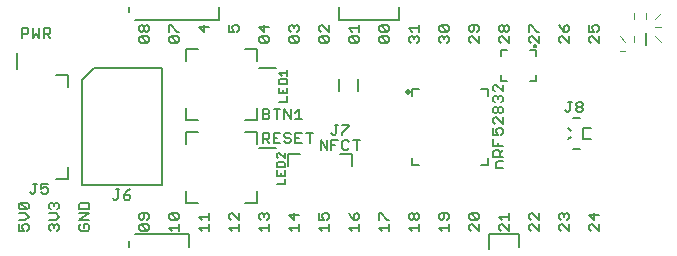
<source format=gto>
G75*
%MOIN*%
%OFA0B0*%
%FSLAX25Y25*%
%IPPOS*%
%LPD*%
%AMOC8*
5,1,8,0,0,1.08239X$1,22.5*
%
%ADD10C,0.00600*%
%ADD11C,0.00500*%
%ADD12C,0.00787*%
%ADD13C,0.02000*%
%ADD14C,0.00591*%
%ADD15C,0.00394*%
D10*
X0006998Y0011694D02*
X0008668Y0011694D01*
X0008111Y0012807D01*
X0008111Y0013364D01*
X0008668Y0013920D01*
X0009781Y0013920D01*
X0010338Y0013364D01*
X0010338Y0012250D01*
X0009781Y0011694D01*
X0006998Y0011694D02*
X0006998Y0013920D01*
X0006998Y0015319D02*
X0009225Y0015319D01*
X0010338Y0016432D01*
X0009225Y0017545D01*
X0006998Y0017545D01*
X0007555Y0018944D02*
X0006998Y0019501D01*
X0006998Y0020614D01*
X0007555Y0021171D01*
X0009781Y0018944D01*
X0010338Y0019501D01*
X0010338Y0020614D01*
X0009781Y0021171D01*
X0007555Y0021171D01*
X0007555Y0018944D02*
X0009781Y0018944D01*
X0017077Y0019501D02*
X0017633Y0018944D01*
X0017077Y0019501D02*
X0017077Y0020614D01*
X0017633Y0021171D01*
X0018190Y0021171D01*
X0018747Y0020614D01*
X0019303Y0021171D01*
X0019860Y0021171D01*
X0020417Y0020614D01*
X0020417Y0019501D01*
X0019860Y0018944D01*
X0018747Y0020057D02*
X0018747Y0020614D01*
X0019303Y0017545D02*
X0017077Y0017545D01*
X0019303Y0017545D02*
X0020417Y0016432D01*
X0019303Y0015319D01*
X0017077Y0015319D01*
X0017633Y0013920D02*
X0018190Y0013920D01*
X0018747Y0013364D01*
X0019303Y0013920D01*
X0019860Y0013920D01*
X0020417Y0013364D01*
X0020417Y0012250D01*
X0019860Y0011694D01*
X0018747Y0012807D02*
X0018747Y0013364D01*
X0017633Y0013920D02*
X0017077Y0013364D01*
X0017077Y0012250D01*
X0017633Y0011694D01*
X0027155Y0012250D02*
X0027712Y0011694D01*
X0029939Y0011694D01*
X0030495Y0012250D01*
X0030495Y0013364D01*
X0029939Y0013920D01*
X0028825Y0013920D01*
X0028825Y0012807D01*
X0027712Y0013920D02*
X0027155Y0013364D01*
X0027155Y0012250D01*
X0027155Y0015319D02*
X0030495Y0017545D01*
X0027155Y0017545D01*
X0027155Y0018944D02*
X0027155Y0020614D01*
X0027712Y0021171D01*
X0029939Y0021171D01*
X0030495Y0020614D01*
X0030495Y0018944D01*
X0027155Y0018944D01*
X0027155Y0015319D02*
X0030495Y0015319D01*
X0038300Y0022723D02*
X0038857Y0022166D01*
X0039413Y0022166D01*
X0039970Y0022723D01*
X0039970Y0025506D01*
X0039413Y0025506D02*
X0040527Y0025506D01*
X0041925Y0023836D02*
X0043038Y0024949D01*
X0044152Y0025506D01*
X0043595Y0023836D02*
X0041925Y0023836D01*
X0041925Y0022723D01*
X0042482Y0022166D01*
X0043595Y0022166D01*
X0044152Y0022723D01*
X0044152Y0023279D01*
X0043595Y0023836D01*
X0047633Y0017545D02*
X0047077Y0016989D01*
X0047077Y0015875D01*
X0047633Y0015319D01*
X0048190Y0015319D01*
X0048747Y0015875D01*
X0048747Y0017545D01*
X0049860Y0017545D02*
X0047633Y0017545D01*
X0049860Y0017545D02*
X0050417Y0016989D01*
X0050417Y0015875D01*
X0049860Y0015319D01*
X0049860Y0013920D02*
X0047633Y0013920D01*
X0049860Y0011694D01*
X0050417Y0012250D01*
X0050417Y0013364D01*
X0049860Y0013920D01*
X0047633Y0013920D02*
X0047077Y0013364D01*
X0047077Y0012250D01*
X0047633Y0011694D01*
X0049860Y0011694D01*
X0057077Y0012807D02*
X0058190Y0011694D01*
X0057077Y0012807D02*
X0060417Y0012807D01*
X0060417Y0011694D02*
X0060417Y0013920D01*
X0059860Y0015319D02*
X0057633Y0015319D01*
X0057077Y0015875D01*
X0057077Y0016989D01*
X0057633Y0017545D01*
X0059860Y0015319D01*
X0060417Y0015875D01*
X0060417Y0016989D01*
X0059860Y0017545D01*
X0057633Y0017545D01*
X0067077Y0016432D02*
X0070417Y0016432D01*
X0070417Y0015319D02*
X0070417Y0017545D01*
X0068190Y0015319D02*
X0067077Y0016432D01*
X0070417Y0013920D02*
X0070417Y0011694D01*
X0070417Y0012807D02*
X0067077Y0012807D01*
X0068190Y0011694D01*
X0077077Y0012807D02*
X0078190Y0011694D01*
X0077077Y0012807D02*
X0080417Y0012807D01*
X0080417Y0011694D02*
X0080417Y0013920D01*
X0080417Y0015319D02*
X0078190Y0017545D01*
X0077633Y0017545D01*
X0077077Y0016989D01*
X0077077Y0015875D01*
X0077633Y0015319D01*
X0080417Y0015319D02*
X0080417Y0017545D01*
X0087077Y0016989D02*
X0087077Y0015875D01*
X0087633Y0015319D01*
X0088747Y0016432D02*
X0088747Y0016989D01*
X0089303Y0017545D01*
X0089860Y0017545D01*
X0090417Y0016989D01*
X0090417Y0015875D01*
X0089860Y0015319D01*
X0090417Y0013920D02*
X0090417Y0011694D01*
X0090417Y0012807D02*
X0087077Y0012807D01*
X0088190Y0011694D01*
X0097077Y0012807D02*
X0098190Y0011694D01*
X0097077Y0012807D02*
X0100417Y0012807D01*
X0100417Y0011694D02*
X0100417Y0013920D01*
X0098747Y0015319D02*
X0098747Y0017545D01*
X0100417Y0016989D02*
X0097077Y0016989D01*
X0098747Y0015319D01*
X0107077Y0015319D02*
X0108747Y0015319D01*
X0108190Y0016432D01*
X0108190Y0016989D01*
X0108747Y0017545D01*
X0109860Y0017545D01*
X0110417Y0016989D01*
X0110417Y0015875D01*
X0109860Y0015319D01*
X0110417Y0013920D02*
X0110417Y0011694D01*
X0110417Y0012807D02*
X0107077Y0012807D01*
X0108190Y0011694D01*
X0107077Y0015319D02*
X0107077Y0017545D01*
X0117077Y0017545D02*
X0117633Y0016432D01*
X0118747Y0015319D01*
X0118747Y0016989D01*
X0119303Y0017545D01*
X0119860Y0017545D01*
X0120417Y0016989D01*
X0120417Y0015875D01*
X0119860Y0015319D01*
X0118747Y0015319D01*
X0120417Y0013920D02*
X0120417Y0011694D01*
X0120417Y0012807D02*
X0117077Y0012807D01*
X0118190Y0011694D01*
X0127077Y0012807D02*
X0128190Y0011694D01*
X0127077Y0012807D02*
X0130417Y0012807D01*
X0130417Y0011694D02*
X0130417Y0013920D01*
X0130417Y0015319D02*
X0129860Y0015319D01*
X0127633Y0017545D01*
X0127077Y0017545D01*
X0127077Y0015319D01*
X0137077Y0015875D02*
X0137077Y0016989D01*
X0137633Y0017545D01*
X0138190Y0017545D01*
X0138747Y0016989D01*
X0138747Y0015875D01*
X0138190Y0015319D01*
X0137633Y0015319D01*
X0137077Y0015875D01*
X0138747Y0015875D02*
X0139303Y0015319D01*
X0139860Y0015319D01*
X0140417Y0015875D01*
X0140417Y0016989D01*
X0139860Y0017545D01*
X0139303Y0017545D01*
X0138747Y0016989D01*
X0140417Y0013920D02*
X0140417Y0011694D01*
X0140417Y0012807D02*
X0137077Y0012807D01*
X0138190Y0011694D01*
X0147077Y0012807D02*
X0148190Y0011694D01*
X0147077Y0012807D02*
X0150417Y0012807D01*
X0150417Y0011694D02*
X0150417Y0013920D01*
X0149860Y0015319D02*
X0150417Y0015875D01*
X0150417Y0016989D01*
X0149860Y0017545D01*
X0147633Y0017545D01*
X0147077Y0016989D01*
X0147077Y0015875D01*
X0147633Y0015319D01*
X0148190Y0015319D01*
X0148747Y0015875D01*
X0148747Y0017545D01*
X0157077Y0016989D02*
X0157077Y0015875D01*
X0157633Y0015319D01*
X0159860Y0015319D01*
X0157633Y0017545D01*
X0159860Y0017545D01*
X0160417Y0016989D01*
X0160417Y0015875D01*
X0159860Y0015319D01*
X0160417Y0013920D02*
X0160417Y0011694D01*
X0158190Y0013920D01*
X0157633Y0013920D01*
X0157077Y0013364D01*
X0157077Y0012250D01*
X0157633Y0011694D01*
X0167077Y0012250D02*
X0167633Y0011694D01*
X0167077Y0012250D02*
X0167077Y0013364D01*
X0167633Y0013920D01*
X0168190Y0013920D01*
X0170417Y0011694D01*
X0170417Y0013920D01*
X0170417Y0015319D02*
X0170417Y0017545D01*
X0170417Y0016432D02*
X0167077Y0016432D01*
X0168190Y0015319D01*
X0177077Y0015875D02*
X0177633Y0015319D01*
X0177077Y0015875D02*
X0177077Y0016989D01*
X0177633Y0017545D01*
X0178190Y0017545D01*
X0180417Y0015319D01*
X0180417Y0017545D01*
X0180417Y0013920D02*
X0180417Y0011694D01*
X0178190Y0013920D01*
X0177633Y0013920D01*
X0177077Y0013364D01*
X0177077Y0012250D01*
X0177633Y0011694D01*
X0187077Y0012250D02*
X0187633Y0011694D01*
X0187077Y0012250D02*
X0187077Y0013364D01*
X0187633Y0013920D01*
X0188190Y0013920D01*
X0190417Y0011694D01*
X0190417Y0013920D01*
X0189860Y0015319D02*
X0190417Y0015875D01*
X0190417Y0016989D01*
X0189860Y0017545D01*
X0189303Y0017545D01*
X0188747Y0016989D01*
X0188747Y0016432D01*
X0188747Y0016989D02*
X0188190Y0017545D01*
X0187633Y0017545D01*
X0187077Y0016989D01*
X0187077Y0015875D01*
X0187633Y0015319D01*
X0197077Y0016989D02*
X0198747Y0015319D01*
X0198747Y0017545D01*
X0200417Y0016989D02*
X0197077Y0016989D01*
X0197633Y0013920D02*
X0197077Y0013364D01*
X0197077Y0012250D01*
X0197633Y0011694D01*
X0198190Y0013920D02*
X0200417Y0011694D01*
X0200417Y0013920D01*
X0198190Y0013920D02*
X0197633Y0013920D01*
X0157633Y0017545D02*
X0157077Y0016989D01*
X0166182Y0032796D02*
X0166182Y0034466D01*
X0166739Y0035023D01*
X0168409Y0035023D01*
X0168409Y0036421D02*
X0165069Y0036421D01*
X0165069Y0038091D01*
X0165625Y0038648D01*
X0166739Y0038648D01*
X0167295Y0038091D01*
X0167295Y0036421D01*
X0167295Y0037534D02*
X0168409Y0038648D01*
X0168409Y0040046D02*
X0165069Y0040046D01*
X0165069Y0042273D01*
X0166739Y0041160D02*
X0166739Y0040046D01*
X0166739Y0043671D02*
X0165069Y0043671D01*
X0165069Y0045898D01*
X0166182Y0045341D02*
X0166739Y0045898D01*
X0167852Y0045898D01*
X0168409Y0045341D01*
X0168409Y0044228D01*
X0167852Y0043671D01*
X0166739Y0043671D02*
X0166182Y0044785D01*
X0166182Y0045341D01*
X0165625Y0047297D02*
X0165069Y0047853D01*
X0165069Y0048967D01*
X0165625Y0049523D01*
X0166182Y0049523D01*
X0168409Y0047297D01*
X0168409Y0049523D01*
X0167852Y0050922D02*
X0167295Y0050922D01*
X0166739Y0051478D01*
X0166739Y0052592D01*
X0167295Y0053148D01*
X0167852Y0053148D01*
X0168409Y0052592D01*
X0168409Y0051478D01*
X0167852Y0050922D01*
X0166739Y0051478D02*
X0166182Y0050922D01*
X0165625Y0050922D01*
X0165069Y0051478D01*
X0165069Y0052592D01*
X0165625Y0053148D01*
X0166182Y0053148D01*
X0166739Y0052592D01*
X0167852Y0054547D02*
X0168409Y0055104D01*
X0168409Y0056217D01*
X0167852Y0056773D01*
X0167295Y0056773D01*
X0166739Y0056217D01*
X0166739Y0055660D01*
X0166739Y0056217D02*
X0166182Y0056773D01*
X0165625Y0056773D01*
X0165069Y0056217D01*
X0165069Y0055104D01*
X0165625Y0054547D01*
X0165625Y0058172D02*
X0165069Y0058729D01*
X0165069Y0059842D01*
X0165625Y0060399D01*
X0166182Y0060399D01*
X0168409Y0058172D01*
X0168409Y0060399D01*
X0189087Y0051857D02*
X0189644Y0051300D01*
X0190201Y0051300D01*
X0190757Y0051857D01*
X0190757Y0054640D01*
X0190201Y0054640D02*
X0191314Y0054640D01*
X0192713Y0054083D02*
X0192713Y0053527D01*
X0193269Y0052970D01*
X0194382Y0052970D01*
X0194939Y0052413D01*
X0194939Y0051857D01*
X0194382Y0051300D01*
X0193269Y0051300D01*
X0192713Y0051857D01*
X0192713Y0052413D01*
X0193269Y0052970D01*
X0194382Y0052970D02*
X0194939Y0053527D01*
X0194939Y0054083D01*
X0194382Y0054640D01*
X0193269Y0054640D01*
X0192713Y0054083D01*
X0190417Y0074443D02*
X0188190Y0076670D01*
X0187633Y0076670D01*
X0187077Y0076113D01*
X0187077Y0075000D01*
X0187633Y0074443D01*
X0190417Y0074443D02*
X0190417Y0076670D01*
X0189860Y0078069D02*
X0188747Y0078069D01*
X0188747Y0079738D01*
X0189303Y0080295D01*
X0189860Y0080295D01*
X0190417Y0079738D01*
X0190417Y0078625D01*
X0189860Y0078069D01*
X0188747Y0078069D02*
X0187633Y0079182D01*
X0187077Y0080295D01*
X0180417Y0078069D02*
X0179860Y0078069D01*
X0177633Y0080295D01*
X0177077Y0080295D01*
X0177077Y0078069D01*
X0177633Y0076670D02*
X0177077Y0076113D01*
X0177077Y0075000D01*
X0177633Y0074443D01*
X0177633Y0076670D02*
X0178190Y0076670D01*
X0180417Y0074443D01*
X0180417Y0076670D01*
X0170417Y0076670D02*
X0170417Y0074443D01*
X0168190Y0076670D01*
X0167633Y0076670D01*
X0167077Y0076113D01*
X0167077Y0075000D01*
X0167633Y0074443D01*
X0160417Y0074443D02*
X0158190Y0076670D01*
X0157633Y0076670D01*
X0157077Y0076113D01*
X0157077Y0075000D01*
X0157633Y0074443D01*
X0160417Y0074443D02*
X0160417Y0076670D01*
X0159860Y0078069D02*
X0160417Y0078625D01*
X0160417Y0079738D01*
X0159860Y0080295D01*
X0157633Y0080295D01*
X0157077Y0079738D01*
X0157077Y0078625D01*
X0157633Y0078069D01*
X0158190Y0078069D01*
X0158747Y0078625D01*
X0158747Y0080295D01*
X0167077Y0079738D02*
X0167077Y0078625D01*
X0167633Y0078069D01*
X0168190Y0078069D01*
X0168747Y0078625D01*
X0168747Y0079738D01*
X0169303Y0080295D01*
X0169860Y0080295D01*
X0170417Y0079738D01*
X0170417Y0078625D01*
X0169860Y0078069D01*
X0169303Y0078069D01*
X0168747Y0078625D01*
X0168747Y0079738D02*
X0168190Y0080295D01*
X0167633Y0080295D01*
X0167077Y0079738D01*
X0150417Y0079738D02*
X0150417Y0078625D01*
X0149860Y0078069D01*
X0147633Y0080295D01*
X0149860Y0080295D01*
X0150417Y0079738D01*
X0149860Y0078069D02*
X0147633Y0078069D01*
X0147077Y0078625D01*
X0147077Y0079738D01*
X0147633Y0080295D01*
X0140417Y0080295D02*
X0140417Y0078069D01*
X0140417Y0079182D02*
X0137077Y0079182D01*
X0138190Y0078069D01*
X0138190Y0076670D02*
X0138747Y0076113D01*
X0139303Y0076670D01*
X0139860Y0076670D01*
X0140417Y0076113D01*
X0140417Y0075000D01*
X0139860Y0074443D01*
X0138747Y0075557D02*
X0138747Y0076113D01*
X0138190Y0076670D02*
X0137633Y0076670D01*
X0137077Y0076113D01*
X0137077Y0075000D01*
X0137633Y0074443D01*
X0130417Y0075000D02*
X0129860Y0074443D01*
X0127633Y0076670D01*
X0129860Y0076670D01*
X0130417Y0076113D01*
X0130417Y0075000D01*
X0129860Y0074443D02*
X0127633Y0074443D01*
X0127077Y0075000D01*
X0127077Y0076113D01*
X0127633Y0076670D01*
X0127633Y0078069D02*
X0127077Y0078625D01*
X0127077Y0079738D01*
X0127633Y0080295D01*
X0129860Y0078069D01*
X0130417Y0078625D01*
X0130417Y0079738D01*
X0129860Y0080295D01*
X0127633Y0080295D01*
X0127633Y0078069D02*
X0129860Y0078069D01*
X0120417Y0078069D02*
X0120417Y0080295D01*
X0120417Y0079182D02*
X0117077Y0079182D01*
X0118190Y0078069D01*
X0117633Y0076670D02*
X0119860Y0074443D01*
X0120417Y0075000D01*
X0120417Y0076113D01*
X0119860Y0076670D01*
X0117633Y0076670D01*
X0117077Y0076113D01*
X0117077Y0075000D01*
X0117633Y0074443D01*
X0119860Y0074443D01*
X0110417Y0075000D02*
X0109860Y0074443D01*
X0107633Y0076670D01*
X0109860Y0076670D01*
X0110417Y0076113D01*
X0110417Y0075000D01*
X0109860Y0074443D02*
X0107633Y0074443D01*
X0107077Y0075000D01*
X0107077Y0076113D01*
X0107633Y0076670D01*
X0107633Y0078069D02*
X0107077Y0078625D01*
X0107077Y0079738D01*
X0107633Y0080295D01*
X0108190Y0080295D01*
X0110417Y0078069D01*
X0110417Y0080295D01*
X0100417Y0079738D02*
X0100417Y0078625D01*
X0099860Y0078069D01*
X0098747Y0079182D02*
X0098747Y0079738D01*
X0099303Y0080295D01*
X0099860Y0080295D01*
X0100417Y0079738D01*
X0098747Y0079738D02*
X0098190Y0080295D01*
X0097633Y0080295D01*
X0097077Y0079738D01*
X0097077Y0078625D01*
X0097633Y0078069D01*
X0097633Y0076670D02*
X0099860Y0074443D01*
X0100417Y0075000D01*
X0100417Y0076113D01*
X0099860Y0076670D01*
X0097633Y0076670D01*
X0097077Y0076113D01*
X0097077Y0075000D01*
X0097633Y0074443D01*
X0099860Y0074443D01*
X0090417Y0075000D02*
X0089860Y0074443D01*
X0087633Y0076670D01*
X0089860Y0076670D01*
X0090417Y0076113D01*
X0090417Y0075000D01*
X0089860Y0074443D02*
X0087633Y0074443D01*
X0087077Y0075000D01*
X0087077Y0076113D01*
X0087633Y0076670D01*
X0088747Y0078069D02*
X0088747Y0080295D01*
X0090417Y0079738D02*
X0087077Y0079738D01*
X0088747Y0078069D01*
X0080417Y0078625D02*
X0079860Y0078069D01*
X0080417Y0078625D02*
X0080417Y0079738D01*
X0079860Y0080295D01*
X0078747Y0080295D01*
X0078190Y0079738D01*
X0078190Y0079182D01*
X0078747Y0078069D01*
X0077077Y0078069D01*
X0077077Y0080295D01*
X0070417Y0079738D02*
X0067077Y0079738D01*
X0068747Y0078069D01*
X0068747Y0080295D01*
X0060417Y0078069D02*
X0059860Y0078069D01*
X0057633Y0080295D01*
X0057077Y0080295D01*
X0057077Y0078069D01*
X0057633Y0076670D02*
X0059860Y0074443D01*
X0060417Y0075000D01*
X0060417Y0076113D01*
X0059860Y0076670D01*
X0057633Y0076670D01*
X0057077Y0076113D01*
X0057077Y0075000D01*
X0057633Y0074443D01*
X0059860Y0074443D01*
X0050417Y0075000D02*
X0049860Y0074443D01*
X0047633Y0076670D01*
X0049860Y0076670D01*
X0050417Y0076113D01*
X0050417Y0075000D01*
X0049860Y0074443D02*
X0047633Y0074443D01*
X0047077Y0075000D01*
X0047077Y0076113D01*
X0047633Y0076670D01*
X0047633Y0078069D02*
X0047077Y0078625D01*
X0047077Y0079738D01*
X0047633Y0080295D01*
X0048190Y0080295D01*
X0048747Y0079738D01*
X0048747Y0078625D01*
X0048190Y0078069D01*
X0047633Y0078069D01*
X0048747Y0078625D02*
X0049303Y0078069D01*
X0049860Y0078069D01*
X0050417Y0078625D01*
X0050417Y0079738D01*
X0049860Y0080295D01*
X0049303Y0080295D01*
X0048747Y0079738D01*
X0017462Y0078886D02*
X0017462Y0077773D01*
X0016905Y0077216D01*
X0015235Y0077216D01*
X0015235Y0076103D02*
X0015235Y0079443D01*
X0016905Y0079443D01*
X0017462Y0078886D01*
X0013837Y0079443D02*
X0013837Y0076103D01*
X0012723Y0077216D01*
X0011610Y0076103D01*
X0011610Y0079443D01*
X0010212Y0078886D02*
X0010212Y0077773D01*
X0009655Y0077216D01*
X0007985Y0077216D01*
X0007985Y0076103D02*
X0007985Y0079443D01*
X0009655Y0079443D01*
X0010212Y0078886D01*
X0016349Y0077216D02*
X0017462Y0076103D01*
X0088300Y0052278D02*
X0088300Y0048938D01*
X0089970Y0048938D01*
X0090527Y0049494D01*
X0090527Y0050051D01*
X0089970Y0050608D01*
X0088300Y0050608D01*
X0089970Y0050608D02*
X0090527Y0051164D01*
X0090527Y0051721D01*
X0089970Y0052278D01*
X0088300Y0052278D01*
X0091925Y0052278D02*
X0094152Y0052278D01*
X0093038Y0052278D02*
X0093038Y0048938D01*
X0095550Y0048938D02*
X0095550Y0052278D01*
X0097777Y0048938D01*
X0097777Y0052278D01*
X0099175Y0051164D02*
X0100289Y0052278D01*
X0100289Y0048938D01*
X0101402Y0048938D02*
X0099175Y0048938D01*
X0099175Y0044404D02*
X0099175Y0041064D01*
X0101402Y0041064D01*
X0103914Y0041064D02*
X0103914Y0044404D01*
X0102801Y0044404D02*
X0105027Y0044404D01*
X0101402Y0044404D02*
X0099175Y0044404D01*
X0097777Y0043847D02*
X0097220Y0044404D01*
X0096107Y0044404D01*
X0095550Y0043847D01*
X0095550Y0043290D01*
X0096107Y0042734D01*
X0097220Y0042734D01*
X0097777Y0042177D01*
X0097777Y0041620D01*
X0097220Y0041064D01*
X0096107Y0041064D01*
X0095550Y0041620D01*
X0094152Y0041064D02*
X0091925Y0041064D01*
X0091925Y0044404D01*
X0094152Y0044404D01*
X0093038Y0042734D02*
X0091925Y0042734D01*
X0090527Y0042734D02*
X0089970Y0042177D01*
X0088300Y0042177D01*
X0088300Y0041064D02*
X0088300Y0044404D01*
X0089970Y0044404D01*
X0090527Y0043847D01*
X0090527Y0042734D01*
X0089413Y0042177D02*
X0090527Y0041064D01*
X0099175Y0042734D02*
X0100289Y0042734D01*
X0107591Y0042041D02*
X0109818Y0038702D01*
X0109818Y0042041D01*
X0111216Y0042041D02*
X0113443Y0042041D01*
X0114842Y0041485D02*
X0114842Y0039258D01*
X0115398Y0038702D01*
X0116512Y0038702D01*
X0117068Y0039258D01*
X0119580Y0038702D02*
X0119580Y0042041D01*
X0118467Y0042041D02*
X0120693Y0042041D01*
X0117068Y0041485D02*
X0116512Y0042041D01*
X0115398Y0042041D01*
X0114842Y0041485D01*
X0112330Y0040372D02*
X0111216Y0040372D01*
X0111216Y0042041D02*
X0111216Y0038702D01*
X0107591Y0038702D02*
X0107591Y0042041D01*
X0111135Y0044376D02*
X0111691Y0043820D01*
X0112248Y0043820D01*
X0112805Y0044376D01*
X0112805Y0047160D01*
X0113361Y0047160D02*
X0112248Y0047160D01*
X0114760Y0047160D02*
X0116986Y0047160D01*
X0116986Y0046603D01*
X0114760Y0044376D01*
X0114760Y0043820D01*
X0166182Y0032796D02*
X0168409Y0032796D01*
X0088747Y0016989D02*
X0088190Y0017545D01*
X0087633Y0017545D01*
X0087077Y0016989D01*
X0016593Y0024691D02*
X0016036Y0024135D01*
X0014923Y0024135D01*
X0014366Y0024691D01*
X0014366Y0025805D02*
X0015479Y0026361D01*
X0016036Y0026361D01*
X0016593Y0025805D01*
X0016593Y0024691D01*
X0014366Y0025805D02*
X0014366Y0027475D01*
X0016593Y0027475D01*
X0012968Y0027475D02*
X0011854Y0027475D01*
X0012411Y0027475D02*
X0012411Y0024691D01*
X0011854Y0024135D01*
X0011298Y0024135D01*
X0010741Y0024691D01*
X0147077Y0075000D02*
X0147077Y0076113D01*
X0147633Y0076670D01*
X0148190Y0076670D01*
X0148747Y0076113D01*
X0149303Y0076670D01*
X0149860Y0076670D01*
X0150417Y0076113D01*
X0150417Y0075000D01*
X0149860Y0074443D01*
X0148747Y0075557D02*
X0148747Y0076113D01*
X0147077Y0075000D02*
X0147633Y0074443D01*
X0197077Y0075000D02*
X0197633Y0074443D01*
X0197077Y0075000D02*
X0197077Y0076113D01*
X0197633Y0076670D01*
X0198190Y0076670D01*
X0200417Y0074443D01*
X0200417Y0076670D01*
X0199860Y0078069D02*
X0200417Y0078625D01*
X0200417Y0079738D01*
X0199860Y0080295D01*
X0198747Y0080295D01*
X0198190Y0079738D01*
X0198190Y0079182D01*
X0198747Y0078069D01*
X0197077Y0078069D01*
X0197077Y0080295D01*
D11*
X0163354Y0058874D02*
X0160992Y0058874D01*
X0163354Y0058874D02*
X0163354Y0056512D01*
X0140520Y0058874D02*
X0138157Y0058874D01*
X0138157Y0056512D01*
X0096411Y0056561D02*
X0096411Y0054793D01*
X0093760Y0054793D01*
X0093760Y0057693D02*
X0096411Y0057693D01*
X0096411Y0059461D01*
X0096411Y0060594D02*
X0093760Y0060594D01*
X0093760Y0061919D01*
X0094202Y0062361D01*
X0095969Y0062361D01*
X0096411Y0061919D01*
X0096411Y0060594D01*
X0093760Y0059461D02*
X0093760Y0057693D01*
X0095085Y0057693D02*
X0095085Y0058577D01*
X0094644Y0063494D02*
X0093760Y0064378D01*
X0096411Y0064378D01*
X0096411Y0063494D02*
X0096411Y0065262D01*
X0095624Y0037702D02*
X0095624Y0035935D01*
X0093856Y0037702D01*
X0093414Y0037702D01*
X0092972Y0037261D01*
X0092972Y0036377D01*
X0093414Y0035935D01*
X0093414Y0034802D02*
X0092972Y0034360D01*
X0092972Y0033034D01*
X0095624Y0033034D01*
X0095624Y0034360D01*
X0095182Y0034802D01*
X0093414Y0034802D01*
X0096701Y0033441D02*
X0096701Y0037378D01*
X0100638Y0037378D01*
X0095624Y0031902D02*
X0095624Y0030134D01*
X0092972Y0030134D01*
X0092972Y0031902D01*
X0094298Y0031018D02*
X0094298Y0030134D01*
X0095624Y0029002D02*
X0095624Y0027234D01*
X0092972Y0027234D01*
X0114024Y0037378D02*
X0117961Y0037378D01*
X0117961Y0033441D01*
X0138157Y0033677D02*
X0140520Y0033677D01*
X0138157Y0033677D02*
X0138157Y0036039D01*
X0160992Y0033677D02*
X0163354Y0033677D01*
X0163354Y0036039D01*
D12*
X0163748Y0010769D02*
X0163748Y0005769D01*
X0163748Y0010769D02*
X0173748Y0010769D01*
X0173748Y0006394D01*
X0092724Y0039189D02*
X0087213Y0039189D01*
X0086425Y0040764D02*
X0086425Y0044701D01*
X0082488Y0044701D01*
X0082488Y0048638D02*
X0086425Y0048638D01*
X0086425Y0052575D01*
X0066740Y0048638D02*
X0062803Y0048638D01*
X0062803Y0052575D01*
X0062803Y0044701D02*
X0066740Y0044701D01*
X0062803Y0044701D02*
X0062803Y0040764D01*
X0054890Y0026906D02*
X0028118Y0026906D01*
X0028118Y0062142D01*
X0032055Y0066079D01*
X0054890Y0066079D01*
X0054890Y0026906D01*
X0062803Y0025016D02*
X0062803Y0021079D01*
X0066740Y0021079D01*
X0082488Y0021079D02*
X0086425Y0021079D01*
X0086425Y0025016D01*
X0063748Y0010769D02*
X0063748Y0006394D01*
X0063748Y0010769D02*
X0045623Y0010769D01*
X0043748Y0008269D02*
X0043748Y0006394D01*
X0023472Y0029071D02*
X0019535Y0029071D01*
X0023472Y0029071D02*
X0023472Y0033008D01*
X0023472Y0059780D02*
X0023472Y0063717D01*
X0019535Y0063717D01*
X0006504Y0065567D02*
X0006504Y0071079D01*
X0043748Y0084519D02*
X0043748Y0086394D01*
X0045623Y0082019D02*
X0073748Y0082019D01*
X0073748Y0086394D01*
X0066740Y0072260D02*
X0062803Y0072260D01*
X0062803Y0068323D01*
X0082488Y0072260D02*
X0086425Y0072260D01*
X0086425Y0068323D01*
X0087213Y0065961D02*
X0092724Y0065961D01*
X0113748Y0082019D02*
X0113748Y0086394D01*
X0113748Y0082019D02*
X0133748Y0082019D01*
X0133748Y0086394D01*
X0178708Y0073441D02*
X0178710Y0073480D01*
X0178716Y0073519D01*
X0178726Y0073557D01*
X0178739Y0073594D01*
X0178756Y0073629D01*
X0178776Y0073663D01*
X0178800Y0073694D01*
X0178827Y0073723D01*
X0178856Y0073749D01*
X0178888Y0073772D01*
X0178922Y0073792D01*
X0178958Y0073808D01*
X0178995Y0073820D01*
X0179034Y0073829D01*
X0179073Y0073834D01*
X0179112Y0073835D01*
X0179151Y0073832D01*
X0179190Y0073825D01*
X0179227Y0073814D01*
X0179264Y0073800D01*
X0179299Y0073782D01*
X0179332Y0073761D01*
X0179363Y0073736D01*
X0179391Y0073709D01*
X0179416Y0073679D01*
X0179438Y0073646D01*
X0179457Y0073612D01*
X0179472Y0073576D01*
X0179484Y0073538D01*
X0179492Y0073500D01*
X0179496Y0073461D01*
X0179496Y0073421D01*
X0179492Y0073382D01*
X0179484Y0073344D01*
X0179472Y0073306D01*
X0179457Y0073270D01*
X0179438Y0073236D01*
X0179416Y0073203D01*
X0179391Y0073173D01*
X0179363Y0073146D01*
X0179332Y0073121D01*
X0179299Y0073100D01*
X0179264Y0073082D01*
X0179227Y0073068D01*
X0179190Y0073057D01*
X0179151Y0073050D01*
X0179112Y0073047D01*
X0179073Y0073048D01*
X0179034Y0073053D01*
X0178995Y0073062D01*
X0178958Y0073074D01*
X0178922Y0073090D01*
X0178888Y0073110D01*
X0178856Y0073133D01*
X0178827Y0073159D01*
X0178800Y0073188D01*
X0178776Y0073219D01*
X0178756Y0073253D01*
X0178739Y0073288D01*
X0178726Y0073325D01*
X0178716Y0073363D01*
X0178710Y0073402D01*
X0178708Y0073441D01*
X0216110Y0073638D02*
X0216110Y0077575D01*
D13*
X0136583Y0058087D03*
D14*
X0120047Y0058480D02*
X0120047Y0062417D01*
X0113748Y0062417D02*
X0113748Y0058480D01*
X0167685Y0061630D02*
X0169654Y0061630D01*
X0167685Y0061630D02*
X0167685Y0063598D01*
X0177528Y0061630D02*
X0179496Y0061630D01*
X0179496Y0063598D01*
X0179496Y0069898D02*
X0179496Y0071866D01*
X0177528Y0071866D01*
X0169654Y0071866D02*
X0167685Y0071866D01*
X0167685Y0069898D01*
X0191701Y0049228D02*
X0194063Y0049228D01*
X0195047Y0045882D02*
X0197606Y0045882D01*
X0195047Y0045882D02*
X0195047Y0042339D01*
X0197606Y0042339D01*
X0194063Y0038992D02*
X0191701Y0038992D01*
X0190126Y0042339D02*
X0190913Y0043126D01*
X0190913Y0045094D02*
X0190126Y0045882D01*
D15*
X0207252Y0071669D02*
X0209220Y0071669D01*
X0209220Y0074622D02*
X0207252Y0076591D01*
X0212173Y0076591D02*
X0212173Y0074622D01*
X0219063Y0076591D02*
X0221031Y0074622D01*
X0221031Y0079543D02*
X0219063Y0079543D01*
X0219063Y0082496D02*
X0221031Y0084465D01*
X0216110Y0084465D02*
X0216110Y0082496D01*
X0212173Y0082496D02*
X0212173Y0084465D01*
M02*

</source>
